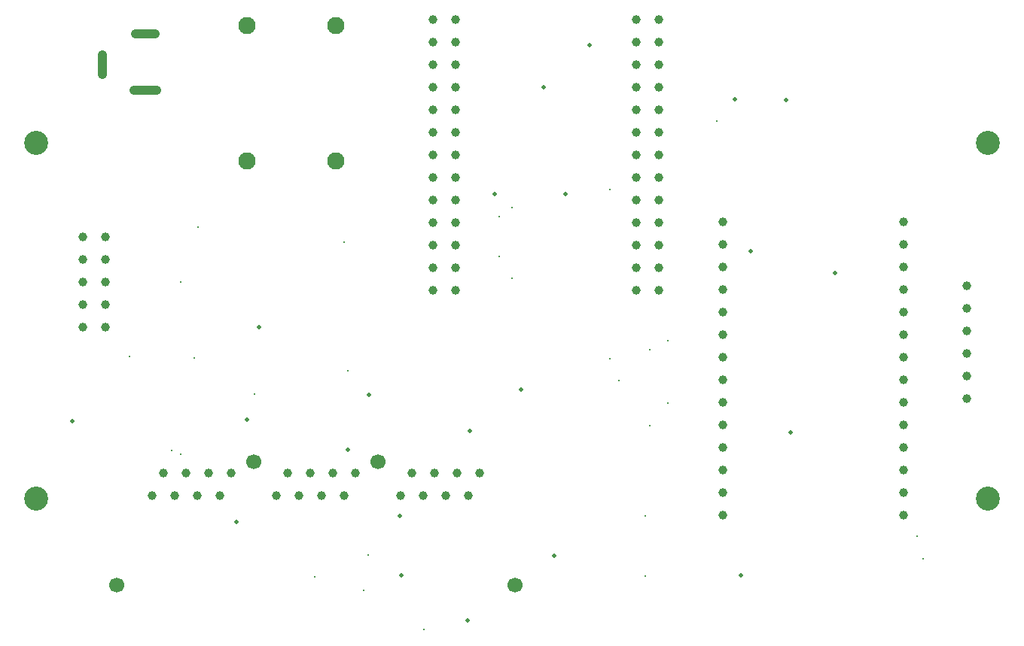
<source format=gbr>
%TF.GenerationSoftware,KiCad,Pcbnew,8.0.0*%
%TF.CreationDate,2024-03-26T17:51:24+01:00*%
%TF.ProjectId,som-exp-host,736f6d2d-6578-4702-9d68-6f73742e6b69,rev?*%
%TF.SameCoordinates,Original*%
%TF.FileFunction,Plated,1,4,PTH,Mixed*%
%TF.FilePolarity,Positive*%
%FSLAX46Y46*%
G04 Gerber Fmt 4.6, Leading zero omitted, Abs format (unit mm)*
G04 Created by KiCad (PCBNEW 8.0.0) date 2024-03-26 17:51:24*
%MOMM*%
%LPD*%
G01*
G04 APERTURE LIST*
%TA.AperFunction,ViaDrill*%
%ADD10C,0.300000*%
%TD*%
%TA.AperFunction,ViaDrill*%
%ADD11C,0.500000*%
%TD*%
%TA.AperFunction,ComponentDrill*%
%ADD12C,1.000000*%
%TD*%
G04 aperture for slot hole*
%TA.AperFunction,ComponentDrill*%
%ADD13C,1.000000*%
%TD*%
%TA.AperFunction,ComponentDrill*%
%ADD14C,1.700000*%
%TD*%
%TA.AperFunction,ComponentDrill*%
%ADD15C,1.940000*%
%TD*%
%TA.AperFunction,ComponentDrill*%
%ADD16C,2.700000*%
%TD*%
G04 APERTURE END LIST*
D10*
X101000000Y-90314200D03*
X105709792Y-100889166D03*
X106700000Y-81900000D03*
X106700000Y-101300000D03*
X108214400Y-90439200D03*
X108700000Y-75700000D03*
X115000000Y-94500000D03*
X121789800Y-115130000D03*
X125069400Y-77400600D03*
X125500000Y-91900000D03*
X127289800Y-116630000D03*
X127789800Y-112630000D03*
X134050000Y-121000000D03*
X142500000Y-74500000D03*
X142500000Y-79000000D03*
X144000000Y-73500000D03*
X144000000Y-81500000D03*
X155000000Y-71500000D03*
X155000000Y-90500000D03*
X156000000Y-93000000D03*
X159000000Y-108250000D03*
X159000000Y-115000000D03*
X159500000Y-89500000D03*
X159500000Y-98100000D03*
X161500000Y-88500000D03*
X161524600Y-95524600D03*
X167000000Y-63750000D03*
X189500000Y-110500000D03*
X190200000Y-113100000D03*
D11*
X94500000Y-97600000D03*
X112950000Y-108950000D03*
X114200000Y-97400000D03*
X115500000Y-87000000D03*
X125500000Y-100750000D03*
X127900000Y-94600000D03*
X131400000Y-108200000D03*
X131500000Y-114900000D03*
X139000000Y-120014300D03*
X139250000Y-98700000D03*
X142000000Y-72000000D03*
X145000000Y-94000000D03*
X147500000Y-60000000D03*
X148750000Y-112750000D03*
X150000000Y-72000000D03*
X152700000Y-55250000D03*
X169000000Y-61300000D03*
X169700000Y-114950000D03*
X170798800Y-78404600D03*
X174798800Y-61404600D03*
X175300000Y-98800000D03*
X180298800Y-80904600D03*
D12*
%TO.C,J7*%
X95686900Y-76790600D03*
X95686900Y-79330600D03*
X95686900Y-81870600D03*
X95686900Y-84410600D03*
X95686900Y-86950600D03*
D13*
%TO.C,J5*%
X97950000Y-56300000D02*
X97950000Y-58500000D01*
D12*
%TO.C,J7*%
X98226900Y-76790600D03*
X98226900Y-79330600D03*
X98226900Y-81870600D03*
X98226900Y-84410600D03*
X98226900Y-86950600D03*
D13*
%TO.C,J5*%
X101650000Y-54000000D02*
X103850000Y-54000000D01*
X101450000Y-60300000D02*
X104050000Y-60300000D01*
D12*
%TO.C,J1*%
X103524600Y-105970000D03*
X104794600Y-103430000D03*
X106064600Y-105970000D03*
X107334600Y-103430000D03*
X108604600Y-105970000D03*
X109874600Y-103430000D03*
X111144600Y-105970000D03*
X112414600Y-103430000D03*
X117494600Y-105970000D03*
X118764600Y-103430000D03*
X120034600Y-105970000D03*
X121304600Y-103430000D03*
X122574600Y-105970000D03*
X123844600Y-103430000D03*
X125114600Y-105970000D03*
X126384600Y-103430000D03*
X131464600Y-105970000D03*
X132734600Y-103430000D03*
X134004600Y-105970000D03*
%TO.C,U2*%
X135087000Y-52378000D03*
X135087000Y-54918000D03*
X135087000Y-57458000D03*
X135087000Y-59998000D03*
X135087000Y-62538000D03*
X135087000Y-65078000D03*
X135087000Y-67618000D03*
X135087000Y-70158000D03*
X135087000Y-72698000D03*
X135087000Y-75238000D03*
X135087000Y-77778000D03*
X135087000Y-80318000D03*
X135087000Y-82858000D03*
%TO.C,J1*%
X135274600Y-103430000D03*
X136544600Y-105970000D03*
%TO.C,U2*%
X137627000Y-52378000D03*
X137627000Y-54918000D03*
X137627000Y-57458000D03*
X137627000Y-59998000D03*
X137627000Y-62538000D03*
X137627000Y-65078000D03*
X137627000Y-67618000D03*
X137627000Y-70158000D03*
X137627000Y-72698000D03*
X137627000Y-75238000D03*
X137627000Y-77778000D03*
X137627000Y-80318000D03*
X137627000Y-82858000D03*
%TO.C,J1*%
X137814600Y-103430000D03*
X139084600Y-105970000D03*
X140354600Y-103430000D03*
%TO.C,U2*%
X157977000Y-52378000D03*
X157977000Y-54918000D03*
X157977000Y-57458000D03*
X157977000Y-59998000D03*
X157977000Y-62538000D03*
X157977000Y-65078000D03*
X157977000Y-67618000D03*
X157977000Y-70158000D03*
X157977000Y-72698000D03*
X157977000Y-75238000D03*
X157977000Y-77778000D03*
X157977000Y-80318000D03*
X157977000Y-82858000D03*
X160517000Y-52378000D03*
X160517000Y-54918000D03*
X160517000Y-57458000D03*
X160517000Y-59998000D03*
X160517000Y-62538000D03*
X160517000Y-65078000D03*
X160517000Y-67618000D03*
X160517000Y-70158000D03*
X160517000Y-72698000D03*
X160517000Y-75238000D03*
X160517000Y-77778000D03*
X160517000Y-80318000D03*
X160517000Y-82858000D03*
%TO.C,U1*%
X167680000Y-75160000D03*
X167680000Y-77700000D03*
X167680000Y-80240000D03*
X167680000Y-82780000D03*
X167680000Y-85320000D03*
X167680000Y-87860000D03*
X167680000Y-90400000D03*
X167680000Y-92940000D03*
X167680000Y-95480000D03*
X167680000Y-98020000D03*
X167680000Y-100560000D03*
X167680000Y-103100000D03*
X167680000Y-105640000D03*
X167680000Y-108180000D03*
X188000000Y-75160000D03*
X188000000Y-77700000D03*
X188000000Y-80240000D03*
X188000000Y-82780000D03*
X188000000Y-85320000D03*
X188000000Y-87860000D03*
X188000000Y-90400000D03*
X188000000Y-92940000D03*
X188000000Y-95480000D03*
X188000000Y-98020000D03*
X188000000Y-100560000D03*
X188000000Y-103100000D03*
X188000000Y-105640000D03*
X188000000Y-108180000D03*
%TO.C,J6*%
X195130800Y-82340000D03*
X195130800Y-84880000D03*
X195130800Y-87420000D03*
X195130800Y-89960000D03*
X195130800Y-92500000D03*
X195130800Y-95040000D03*
D14*
%TO.C,J1*%
X99519600Y-116000000D03*
X114954600Y-102160000D03*
X128924600Y-102160000D03*
X144359600Y-116000000D03*
D15*
%TO.C,J2*%
X114192000Y-53000000D03*
X114192000Y-68300000D03*
%TO.C,J3*%
X124192000Y-53000000D03*
X124192000Y-68300000D03*
D16*
%TO.C,H1*%
X90500000Y-66250000D03*
%TO.C,H3*%
X90500000Y-106250000D03*
%TO.C,H2*%
X197500000Y-66250000D03*
%TO.C,H4*%
X197500000Y-106250000D03*
M02*

</source>
